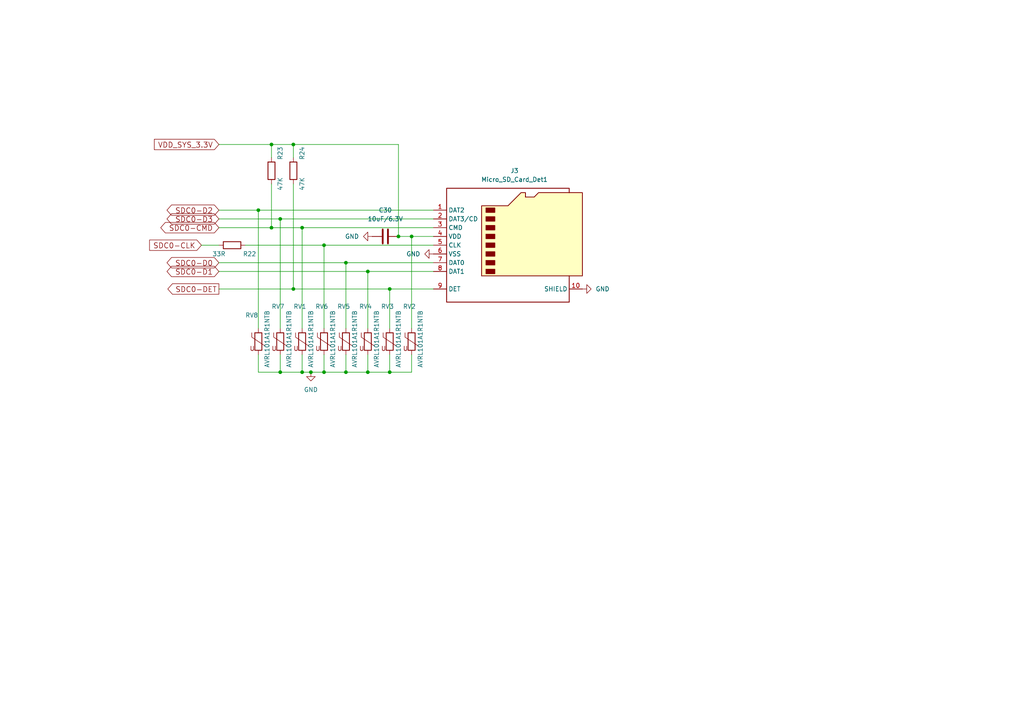
<source format=kicad_sch>
(kicad_sch (version 20230121) (generator eeschema)
  (paper "A4")
  (lib_symbols
    (symbol "Connector:Micro_SD_Card_Det1"
      (property "Reference" "J" (at -16.51 17.78 0))
      (property "Value" "Micro_SD_Card_Det1" (at 16.51 17.78 0))
      (symbol "Micro_SD_Card_Det1_0_1"
        (rectangle (start -7.62 -6.985) (end -5.08 -8.255) (stroke (width 0.254)) (fill (type outline)))
        (rectangle (start -7.62 -4.445) (end -5.08 -5.715) (stroke (width 0.254)) (fill (type outline)))
        (rectangle (start -7.62 -1.905) (end -5.08 -3.175) (stroke (width 0.254)) (fill (type outline)))
        (rectangle (start -7.62 0.635) (end -5.08 -0.635) (stroke (width 0.254)) (fill (type outline)))
        (rectangle (start -7.62 3.175) (end -5.08 1.905) (stroke (width 0.254)) (fill (type outline)))
        (rectangle (start -7.62 5.715) (end -5.08 4.445) (stroke (width 0.254)) (fill (type outline)))
        (rectangle (start -7.62 8.255) (end -5.08 6.985) (stroke (width 0.254)) (fill (type outline)))
        (rectangle (start -7.62 10.795) (end -5.08 9.525) (stroke (width 0.254)) (fill (type outline)))
        (polyline (pts (xy 16.51 15.24) (xy 16.51 16.51) (xy -19.05 16.51) (xy -19.05 -16.51) (xy 16.51 -16.51) (xy 16.51 -8.89)) (stroke (width 0.254)))
        (polyline (pts (xy -8.89 -8.89) (xy -8.89 11.43) (xy -1.27 11.43) (xy 2.54 15.24) (xy 3.81 15.24) (xy 3.81 13.97) (xy 6.35 13.97) (xy 7.62 15.24) (xy 20.32 15.24) (xy 20.32 -8.89) (xy -8.89 -8.89)) (stroke (width 0.254)) (fill (type background)))
      )
      (symbol "Micro_SD_Card_Det1_1_1"
        (pin bidirectional line (at -22.86 10.16 0) (length 3.81) (name "DAT2") (number "1"))
        (pin passive line (at 20.32 -12.7 180) (length 3.81) (name "SHIELD") (number "10"))
        (pin bidirectional line (at -22.86 7.62 0) (length 3.81) (name "DAT3/CD") (number "2"))
        (pin input line (at -22.86 5.08 0) (length 3.81) (name "CMD") (number "3"))
        (pin power_in line (at -22.86 2.54 0) (length 3.81) (name "VDD") (number "4"))
        (pin input line (at -22.86 0 0) (length 3.81) (name "CLK") (number "5"))
        (pin power_in line (at -22.86 -2.54 0) (length 3.81) (name "VSS") (number "6"))
        (pin bidirectional line (at -22.86 -5.08 0) (length 3.81) (name "DAT0") (number "7"))
        (pin bidirectional line (at -22.86 -7.62 0) (length 3.81) (name "DAT1") (number "8"))
        (pin passive line (at -22.86 -12.7 0) (length 3.81) (name "DET") (number "9"))
      )
    )
    (symbol "Device:C" (pin_numbers hide) (pin_names (offset 0.254))
      (property "Reference" "C" (at 0.635 2.54 0))
      (property "Value" "C" (at 0.635 -2.54 0))
      (symbol "C_0_1"
        (polyline (pts (xy -2.032 -0.762) (xy 2.032 -0.762)) (stroke (width 0.508)))
        (polyline (pts (xy -2.032 0.762) (xy 2.032 0.762)) (stroke (width 0.508)))
      )
      (symbol "C_1_1"
        (pin passive line (at 0 3.81 270) (length 2.794) (name "~") (number "1"))
        (pin passive line (at 0 -3.81 90) (length 2.794) (name "~") (number "2"))
      )
    )
    (symbol "Device:R" (pin_numbers hide) (pin_names (offset 0))
      (property "Reference" "R" (at 2.032 0 90))
      (property "Value" "R" (at 0 0 90))
      (symbol "R_0_1"
        (rectangle (start -1.016 -2.54) (end 1.016 2.54) (stroke (width 0.254)))
      )
      (symbol "R_1_1"
        (pin passive line (at 0 3.81 270) (length 1.27) (name "~") (number "1"))
        (pin passive line (at 0 -3.81 90) (length 1.27) (name "~") (number "2"))
      )
    )
    (symbol "Device:Varistor" (pin_numbers hide) (pin_names (offset 0))
      (property "Reference" "RV" (at 3.175 0 90))
      (property "Value" "Varistor" (at -3.175 0 90))
      (symbol "Varistor_0_0"
        (text "U" (at -1.778 -2.032 0) (effects (font (size 1.27 1.27))))
      )
      (symbol "Varistor_0_1"
        (rectangle (start -1.016 -2.54) (end 1.016 2.54) (stroke (width 0.254)))
        (polyline (pts (xy -1.905 2.54) (xy -1.905 1.27) (xy 1.905 -1.27)))
      )
      (symbol "Varistor_1_1"
        (pin passive line (at 0 3.81 270) (length 1.27) (name "~") (number "1"))
        (pin passive line (at 0 -3.81 90) (length 1.27) (name "~") (number "2"))
      )
    )
    (symbol "power:GND" (power) (pin_names (offset 0))
      (property "Value" "GND" (at 0 -3.81 0))
      (symbol "GND_0_1"
        (polyline (pts (xy 0 0) (xy 0 -1.27) (xy 1.27 -1.27) (xy 0 -2.54) (xy -1.27 -1.27) (xy 0 -1.27)))
      )
      (symbol "GND_1_1"
        (pin power_in line (at 0 0 270) (length 0) hide (name "GND") (number "1"))
      )
    )
  )
  (junction (at 113.03 83.82))
  (junction (at 115.57 68.58))
  (junction (at 81.28 107.95))
  (junction (at 78.74 66.04))
  (junction (at 100.33 76.2))
  (junction (at 106.68 78.74))
  (junction (at 85.09 41.91))
  (junction (at 81.28 63.5))
  (junction (at 87.63 66.04))
  (junction (at 74.93 60.96))
  (junction (at 93.98 71.12))
  (junction (at 93.98 107.95))
  (junction (at 85.09 83.82))
  (junction (at 113.03 107.95))
  (junction (at 87.63 107.95))
  (junction (at 78.74 41.91))
  (junction (at 100.33 107.95))
  (junction (at 90.17 107.95))
  (junction (at 119.38 68.58))
  (junction (at 106.68 107.95))
  (wire (pts (xy 106.68 78.74) (xy 106.68 95.25)))
  (wire (pts (xy 81.28 107.95) (xy 81.28 102.87)))
  (wire (pts (xy 115.57 68.58) (xy 119.38 68.58)))
  (wire (pts (xy 78.74 66.04) (xy 87.63 66.04)))
  (wire (pts (xy 74.93 107.95) (xy 74.93 102.87)))
  (wire (pts (xy 78.74 41.91) (xy 78.74 45.72)))
  (wire (pts (xy 81.28 63.5) (xy 125.73 63.5)))
  (wire (pts (xy 87.63 107.95) (xy 87.63 102.87)))
  (wire (pts (xy 119.38 107.95) (xy 113.03 107.95)))
  (wire (pts (xy 58.42 71.12) (xy 63.5 71.12)))
  (wire (pts (xy 63.5 66.04) (xy 78.74 66.04)))
  (wire (pts (xy 113.03 83.82) (xy 113.03 95.25)))
  (wire (pts (xy 119.38 68.58) (xy 119.38 95.25)))
  (wire (pts (xy 85.09 41.91) (xy 115.57 41.91)))
  (wire (pts (xy 63.5 41.91) (xy 78.74 41.91)))
  (wire (pts (xy 93.98 71.12) (xy 93.98 95.25)))
  (wire (pts (xy 85.09 53.34) (xy 85.09 83.82)))
  (wire (pts (xy 113.03 83.82) (xy 125.73 83.82)))
  (wire (pts (xy 106.68 102.87) (xy 106.68 107.95)))
  (wire (pts (xy 100.33 102.87) (xy 100.33 107.95)))
  (wire (pts (xy 85.09 83.82) (xy 113.03 83.82)))
  (wire (pts (xy 81.28 63.5) (xy 81.28 95.25)))
  (wire (pts (xy 81.28 107.95) (xy 74.93 107.95)))
  (wire (pts (xy 106.68 78.74) (xy 125.73 78.74)))
  (wire (pts (xy 87.63 66.04) (xy 125.73 66.04)))
  (wire (pts (xy 63.5 63.5) (xy 81.28 63.5)))
  (wire (pts (xy 78.74 41.91) (xy 85.09 41.91)))
  (wire (pts (xy 100.33 76.2) (xy 125.73 76.2)))
  (wire (pts (xy 74.93 60.96) (xy 125.73 60.96)))
  (wire (pts (xy 63.5 76.2) (xy 100.33 76.2)))
  (wire (pts (xy 90.17 107.95) (xy 93.98 107.95)))
  (wire (pts (xy 71.12 71.12) (xy 93.98 71.12)))
  (wire (pts (xy 106.68 107.95) (xy 113.03 107.95)))
  (wire (pts (xy 85.09 41.91) (xy 85.09 45.72)))
  (wire (pts (xy 119.38 68.58) (xy 125.73 68.58)))
  (wire (pts (xy 63.5 78.74) (xy 106.68 78.74)))
  (wire (pts (xy 90.17 107.95) (xy 87.63 107.95)))
  (wire (pts (xy 113.03 102.87) (xy 113.03 107.95)))
  (wire (pts (xy 87.63 107.95) (xy 81.28 107.95)))
  (wire (pts (xy 100.33 76.2) (xy 100.33 95.25)))
  (wire (pts (xy 93.98 107.95) (xy 100.33 107.95)))
  (wire (pts (xy 78.74 53.34) (xy 78.74 66.04)))
  (wire (pts (xy 93.98 102.87) (xy 93.98 107.95)))
  (wire (pts (xy 93.98 71.12) (xy 125.73 71.12)))
  (wire (pts (xy 115.57 41.91) (xy 115.57 68.58)))
  (wire (pts (xy 63.5 83.82) (xy 85.09 83.82)))
  (wire (pts (xy 63.5 60.96) (xy 74.93 60.96)))
  (wire (pts (xy 119.38 102.87) (xy 119.38 107.95)))
  (wire (pts (xy 87.63 66.04) (xy 87.63 95.25)))
  (wire (pts (xy 100.33 107.95) (xy 106.68 107.95)))
  (wire (pts (xy 74.93 60.96) (xy 74.93 95.25)))
  (global_label "SDC0-D2" (shape bidirectional) (at 63.5 60.96 180) (effects (font (size 1.524 1.524))) (property "Intersheetrefs" "${INTERSHEET_REFS}" (effects hide)))
  (global_label "SDC0-D1" (shape bidirectional) (at 63.5 78.74 180) (effects (font (size 1.524 1.524))) (property "Intersheetrefs" "${INTERSHEET_REFS}" (effects hide)))
  (global_label "VDD_SYS_3.3V" (shape input) (at 63.5 41.91 180) (effects (font (size 1.524 1.524))) (property "Intersheetrefs" "${INTERSHEET_REFS}" (effects hide)))
  (global_label "SDC0-DET" (shape output) (at 63.5 83.82 180) (effects (font (size 1.524 1.524))) (property "Intersheetrefs" "${INTERSHEET_REFS}" (effects hide)))
  (global_label "SDC0-CLK" (shape input) (at 58.42 71.12 180) (effects (font (size 1.524 1.524))) (property "Intersheetrefs" "${INTERSHEET_REFS}" (effects hide)))
  (global_label "SDC0-D0" (shape bidirectional) (at 63.5 76.2 180) (effects (font (size 1.524 1.524))) (property "Intersheetrefs" "${INTERSHEET_REFS}" (effects hide)))
  (global_label "SDC0-D3" (shape bidirectional) (at 63.5 63.5 180) (effects (font (size 1.524 1.524))) (property "Intersheetrefs" "${INTERSHEET_REFS}" (effects hide)))
  (global_label "SDC0-CMD" (shape bidirectional) (at 63.5 66.04 180) (effects (font (size 1.524 1.524))) (property "Intersheetrefs" "${INTERSHEET_REFS}" (effects hide)))
  (symbol (lib_id "power:GND") (at 90.17 107.95 0) (unit 1)
    (property "Reference" "#PWR048" (effects hide))
    (property "Value" "GND" (at 90.17 113.03 0))
  )
  (symbol (lib_id "Device:Varistor") (at 119.38 99.06 0) (unit 1)
    (property "Reference" "RV2" (at 116.84 88.9 0) (effects (justify left)))
    (property "Value" "AVRL101A1R1NTB" (at 121.92 106.68 90) (effects (justify left)))
    (property "Footprint" "Resistor_SMD:R_0402_1005Metric" (effects hide))
    (property "Sim.Name" "kicad_builtin_varistor" (effects hide))
    (property "Sim.Device" "SUBCKT" (effects hide))
    (property "Sim.Pins" "1=A 2=B" (effects hide))
    (property "Sim.Params" "threshold=1k" (effects hide))
    (property "Sim.Library" "${KICAD7_SYMBOL_DIR}/Simulation_SPICE.sp" (effects hide))
  )
  (symbol (lib_id "Connector:Micro_SD_Card_Det1") (at 148.59 71.12 0) (unit 1)
    (property "Reference" "J3" (at 149.225 49.53 0))
    (property "Value" "Micro_SD_Card_Det1" (at 149.225 52.07 0))
    (property "Footprint" "WiRoc:TF-SMD_TF-018B-H15" (effects hide))
    (property "Datasheet" "https://datasheet.lcsc.com/lcsc/2110151630_XKB-Connectivity-XKTF-015-N_C381082.pdf" (effects hide))
  )
  (symbol (lib_id "Device:R") (at 67.31 71.12 90) (unit 1)
    (property "Reference" "R22" (at 72.39 73.66 90))
    (property "Value" "33R" (at 63.5 73.66 90))
    (property "Footprint" "Resistor_SMD:R_0402_1005Metric" (effects hide))
  )
  (symbol (lib_id "Device:R") (at 85.09 49.53 180) (unit 1)
    (property "Reference" "R24" (at 87.63 44.45 90))
    (property "Value" "47K" (at 87.63 53.34 90))
    (property "Footprint" "Resistor_SMD:R_0402_1005Metric" (effects hide))
  )
  (symbol (lib_id "Device:Varistor") (at 106.68 99.06 0) (unit 1)
    (property "Reference" "RV4" (at 104.14 88.9 0) (effects (justify left)))
    (property "Value" "AVRL101A1R1NTB" (at 109.22 106.68 90) (effects (justify left)))
    (property "Footprint" "Resistor_SMD:R_0402_1005Metric" (effects hide))
    (property "Sim.Name" "kicad_builtin_varistor" (effects hide))
    (property "Sim.Device" "SUBCKT" (effects hide))
    (property "Sim.Pins" "1=A 2=B" (effects hide))
    (property "Sim.Params" "threshold=1k" (effects hide))
    (property "Sim.Library" "${KICAD7_SYMBOL_DIR}/Simulation_SPICE.sp" (effects hide))
  )
  (symbol (lib_id "Device:R") (at 78.74 49.53 180) (unit 1)
    (property "Reference" "R23" (at 81.28 44.45 90))
    (property "Value" "47K" (at 81.28 53.34 90))
    (property "Footprint" "Resistor_SMD:R_0402_1005Metric" (effects hide))
  )
  (symbol (lib_id "Device:Varistor") (at 113.03 99.06 0) (unit 1)
    (property "Reference" "RV3" (at 110.49 88.9 0) (effects (justify left)))
    (property "Value" "AVRL101A1R1NTB" (at 115.57 106.68 90) (effects (justify left)))
    (property "Footprint" "Resistor_SMD:R_0402_1005Metric" (effects hide))
    (property "Sim.Name" "kicad_builtin_varistor" (effects hide))
    (property "Sim.Device" "SUBCKT" (effects hide))
    (property "Sim.Pins" "1=A 2=B" (effects hide))
    (property "Sim.Params" "threshold=1k" (effects hide))
    (property "Sim.Library" "${KICAD7_SYMBOL_DIR}/Simulation_SPICE.sp" (effects hide))
  )
  (symbol (lib_id "Device:C") (at 111.76 68.58 90) (unit 1)
    (property "Reference" "C30" (at 111.76 60.96 90))
    (property "Value" "10uF/6.3V" (at 111.76 63.5 90))
    (property "Footprint" "Capacitor_SMD:C_0402_1005Metric" (effects hide))
  )
  (symbol (lib_id "Device:Varistor") (at 93.98 99.06 0) (unit 1)
    (property "Reference" "RV6" (at 91.44 88.9 0) (effects (justify left)))
    (property "Value" "AVRL101A1R1NTB" (at 96.52 106.68 90) (effects (justify left)))
    (property "Footprint" "Resistor_SMD:R_0402_1005Metric" (effects hide))
    (property "Sim.Name" "kicad_builtin_varistor" (effects hide))
    (property "Sim.Device" "SUBCKT" (effects hide))
    (property "Sim.Pins" "1=A 2=B" (effects hide))
    (property "Sim.Params" "threshold=1k" (effects hide))
    (property "Sim.Library" "${KICAD7_SYMBOL_DIR}/Simulation_SPICE.sp" (effects hide))
  )
  (symbol (lib_id "power:GND") (at 168.91 83.82 90) (unit 1)
    (property "Reference" "#PWR049" (effects hide))
    (property "Value" "GND" (at 172.72 83.82 90) (effects (justify right)))
  )
  (symbol (lib_id "Device:Varistor") (at 87.63 99.06 0) (unit 1)
    (property "Reference" "RV1" (at 85.09 88.9 0) (effects (justify left)))
    (property "Value" "AVRL101A1R1NTB" (at 90.17 106.68 90) (effects (justify left)))
    (property "Footprint" "Resistor_SMD:R_0402_1005Metric" (effects hide))
    (property "Sim.Name" "kicad_builtin_varistor" (effects hide))
    (property "Sim.Device" "SUBCKT" (effects hide))
    (property "Sim.Pins" "1=A 2=B" (effects hide))
    (property "Sim.Params" "threshold=1k" (effects hide))
    (property "Sim.Library" "${KICAD7_SYMBOL_DIR}/Simulation_SPICE.sp" (effects hide))
  )
  (symbol (lib_id "power:GND") (at 125.73 73.66 270) (unit 1)
    (property "Reference" "#PWR050" (effects hide))
    (property "Value" "GND" (at 121.92 73.66 90) (effects (justify right)))
  )
  (symbol (lib_id "Device:Varistor") (at 74.93 99.06 0) (unit 1)
    (property "Reference" "RV8" (at 71.12 91.44 0) (effects (justify left)))
    (property "Value" "AVRL101A1R1NTB" (at 77.47 106.68 90) (effects (justify left)))
    (property "Footprint" "Resistor_SMD:R_0402_1005Metric" (effects hide))
    (property "Sim.Name" "kicad_builtin_varistor" (effects hide))
    (property "Sim.Device" "SUBCKT" (effects hide))
    (property "Sim.Pins" "1=A 2=B" (effects hide))
    (property "Sim.Params" "threshold=1k" (effects hide))
    (property "Sim.Library" "${KICAD7_SYMBOL_DIR}/Simulation_SPICE.sp" (effects hide))
  )
  (symbol (lib_id "Device:Varistor") (at 100.33 99.06 0) (unit 1)
    (property "Reference" "RV5" (at 97.79 88.9 0) (effects (justify left)))
    (property "Value" "AVRL101A1R1NTB" (at 102.87 106.68 90) (effects (justify left)))
    (property "Footprint" "Resistor_SMD:R_0402_1005Metric" (effects hide))
    (property "Sim.Name" "kicad_builtin_varistor" (effects hide))
    (property "Sim.Device" "SUBCKT" (effects hide))
    (property "Sim.Pins" "1=A 2=B" (effects hide))
    (property "Sim.Params" "threshold=1k" (effects hide))
    (property "Sim.Library" "${KICAD7_SYMBOL_DIR}/Simulation_SPICE.sp" (effects hide))
  )
  (symbol (lib_id "Device:Varistor") (at 81.28 99.06 0) (unit 1)
    (property "Reference" "RV7" (at 78.74 88.9 0) (effects (justify left)))
    (property "Value" "AVRL101A1R1NTB" (at 83.82 106.68 90) (effects (justify left)))
    (property "Footprint" "Resistor_SMD:R_0402_1005Metric" (effects hide))
    (property "Sim.Name" "kicad_builtin_varistor" (effects hide))
    (property "Sim.Device" "SUBCKT" (effects hide))
    (property "Sim.Pins" "1=A 2=B" (effects hide))
    (property "Sim.Params" "threshold=1k" (effects hide))
    (property "Sim.Library" "${KICAD7_SYMBOL_DIR}/Simulation_SPICE.sp" (effects hide))
  )
  (symbol (lib_id "power:GND") (at 107.95 68.58 270) (unit 1)
    (property "Reference" "#PWR051" (effects hide))
    (property "Value" "GND" (at 104.14 68.58 90) (effects (justify right)))
  )
)
</source>
